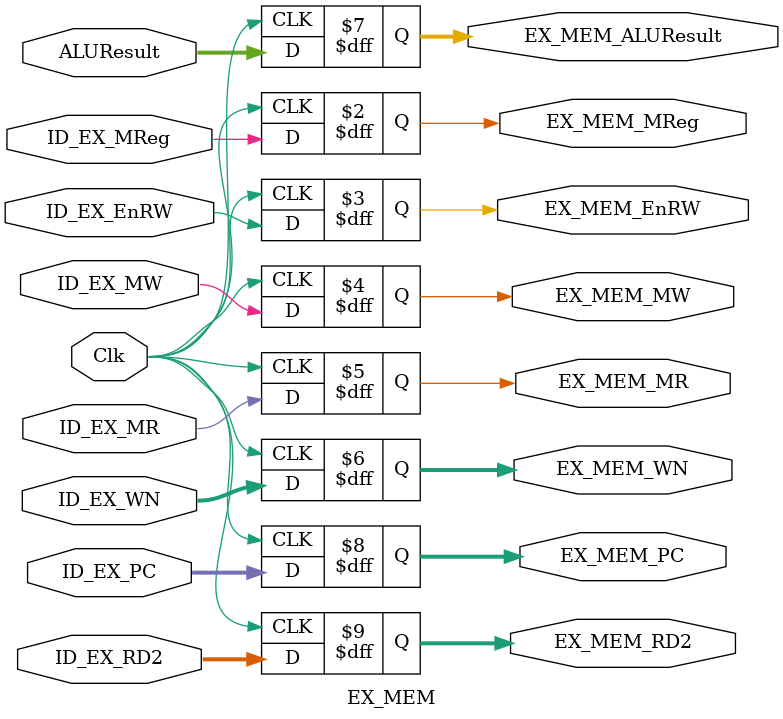
<source format=v>
`timescale 1ns / 1ps

module EX_MEM(
input Clk, 
input ID_EX_MReg, ID_EX_EnRW, ID_EX_MW, ID_EX_MR, 
input [3:0] ID_EX_WN, 
input [31:0] ALUResult, ID_EX_PC, ID_EX_RD2, 
output reg  EX_MEM_MReg, EX_MEM_EnRW, EX_MEM_MW, EX_MEM_MR, 
output reg [3:0] EX_MEM_WN, 
output reg [31:0] EX_MEM_ALUResult, EX_MEM_PC, EX_MEM_RD2
);

always@(posedge Clk)
begin
    EX_MEM_MReg<=ID_EX_MReg;
    EX_MEM_EnRW<=ID_EX_EnRW;
    EX_MEM_MW<=ID_EX_MW;
    EX_MEM_MR<=ID_EX_MR;
    EX_MEM_WN<=ID_EX_WN;
    EX_MEM_ALUResult<=ALUResult;
    EX_MEM_PC<=ID_EX_PC;
    EX_MEM_RD2<=ID_EX_RD2;
end
endmodule

</source>
